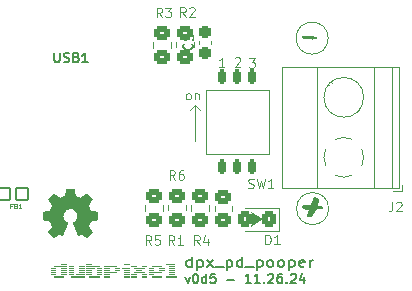
<source format=gbr>
%TF.GenerationSoftware,KiCad,Pcbnew,8.0.6*%
%TF.CreationDate,2024-12-14T19:14:03-05:00*%
%TF.ProjectId,dpx_pd_pooper,6470785f-7064-45f7-906f-6f7065722e6b,rev?*%
%TF.SameCoordinates,Original*%
%TF.FileFunction,Legend,Top*%
%TF.FilePolarity,Positive*%
%FSLAX46Y46*%
G04 Gerber Fmt 4.6, Leading zero omitted, Abs format (unit mm)*
G04 Created by KiCad (PCBNEW 8.0.6) date 2024-12-14 19:14:03*
%MOMM*%
%LPD*%
G01*
G04 APERTURE LIST*
G04 Aperture macros list*
%AMRoundRect*
0 Rectangle with rounded corners*
0 $1 Rounding radius*
0 $2 $3 $4 $5 $6 $7 $8 $9 X,Y pos of 4 corners*
0 Add a 4 corners polygon primitive as box body*
4,1,4,$2,$3,$4,$5,$6,$7,$8,$9,$2,$3,0*
0 Add four circle primitives for the rounded corners*
1,1,$1+$1,$2,$3*
1,1,$1+$1,$4,$5*
1,1,$1+$1,$6,$7*
1,1,$1+$1,$8,$9*
0 Add four rect primitives between the rounded corners*
20,1,$1+$1,$2,$3,$4,$5,0*
20,1,$1+$1,$4,$5,$6,$7,0*
20,1,$1+$1,$6,$7,$8,$9,0*
20,1,$1+$1,$8,$9,$2,$3,0*%
G04 Aperture macros list end*
%ADD10C,0.100000*%
%ADD11C,0.150000*%
%ADD12C,0.300000*%
%ADD13C,0.098425*%
%ADD14C,0.120000*%
%ADD15C,0.010000*%
%ADD16C,0.000000*%
%ADD17C,3.500000*%
%ADD18C,2.600000*%
%ADD19RoundRect,0.250000X0.450000X-0.350000X0.450000X0.350000X-0.450000X0.350000X-0.450000X-0.350000X0*%
%ADD20RoundRect,0.250000X-0.450000X0.350000X-0.450000X-0.350000X0.450000X-0.350000X0.450000X0.350000X0*%
%ADD21R,2.600000X2.600000*%
%ADD22C,0.650000*%
%ADD23R,1.450000X0.600000*%
%ADD24R,1.450000X0.300000*%
%ADD25O,2.100000X1.000000*%
%ADD26O,1.600000X1.000000*%
%ADD27RoundRect,0.237500X0.237500X-0.300000X0.237500X0.300000X-0.237500X0.300000X-0.237500X-0.300000X0*%
%ADD28RoundRect,0.250000X0.325000X0.450000X-0.325000X0.450000X-0.325000X-0.450000X0.325000X-0.450000X0*%
%ADD29RoundRect,0.190000X0.190000X-0.445000X0.190000X0.445000X-0.190000X0.445000X-0.190000X-0.445000X0*%
%ADD30RoundRect,0.102000X0.500000X0.485000X-0.500000X0.485000X-0.500000X-0.485000X0.500000X-0.485000X0*%
G04 APERTURE END LIST*
D10*
X68517645Y-72790000D02*
G75*
G02*
X65802355Y-72790000I-1357645J0D01*
G01*
X65802355Y-72790000D02*
G75*
G02*
X68517645Y-72790000I1357645J0D01*
G01*
X68477645Y-58360000D02*
G75*
G02*
X65762355Y-58360000I-1357645J0D01*
G01*
X65762355Y-58360000D02*
G75*
G02*
X68477645Y-58360000I1357645J0D01*
G01*
G36*
X67567180Y-58294061D02*
G01*
X67550327Y-58366601D01*
X67504166Y-58414228D01*
X67432358Y-58420823D01*
X67356154Y-58454528D01*
X67271891Y-58455261D01*
X67166378Y-58454528D01*
X67161981Y-58471381D01*
X67145129Y-58475778D01*
X67102630Y-58458925D01*
X67018367Y-58454528D01*
X66974403Y-58454528D01*
X66938499Y-58454528D01*
X66929706Y-58454528D01*
X66912854Y-58454528D01*
X66891605Y-58452330D01*
X66853503Y-58450132D01*
X66813935Y-58450132D01*
X66790488Y-58454528D01*
X66769239Y-58465519D01*
X66748722Y-58454528D01*
X66619762Y-58458925D01*
X66516448Y-58454528D01*
X66512051Y-58454528D01*
X66495198Y-58454528D01*
X66457096Y-58433279D01*
X66410935Y-58411297D01*
X66347187Y-58346085D01*
X66324473Y-58327034D01*
X66305422Y-58302854D01*
X66267320Y-58255959D01*
X66241674Y-58195143D01*
X66388678Y-58175771D01*
X66438046Y-58175359D01*
X66588346Y-58174947D01*
X66638813Y-58173161D01*
X66676182Y-58149713D01*
X66706224Y-58126266D01*
X66742128Y-58143852D01*
X66811737Y-58173161D01*
X66874752Y-58173161D01*
X66938499Y-58173161D01*
X67084229Y-58192770D01*
X67216936Y-58214193D01*
X67363530Y-58226394D01*
X67482916Y-58213461D01*
X67486580Y-58247899D01*
X67516622Y-58261821D01*
X67548129Y-58272079D01*
X67567180Y-58294061D01*
G37*
D11*
X56382969Y-78570961D02*
X56573445Y-79104295D01*
X56573445Y-79104295D02*
X56763922Y-78570961D01*
X57221065Y-78304295D02*
X57297255Y-78304295D01*
X57297255Y-78304295D02*
X57373446Y-78342390D01*
X57373446Y-78342390D02*
X57411541Y-78380485D01*
X57411541Y-78380485D02*
X57449636Y-78456676D01*
X57449636Y-78456676D02*
X57487731Y-78609057D01*
X57487731Y-78609057D02*
X57487731Y-78799533D01*
X57487731Y-78799533D02*
X57449636Y-78951914D01*
X57449636Y-78951914D02*
X57411541Y-79028104D01*
X57411541Y-79028104D02*
X57373446Y-79066200D01*
X57373446Y-79066200D02*
X57297255Y-79104295D01*
X57297255Y-79104295D02*
X57221065Y-79104295D01*
X57221065Y-79104295D02*
X57144874Y-79066200D01*
X57144874Y-79066200D02*
X57106779Y-79028104D01*
X57106779Y-79028104D02*
X57068684Y-78951914D01*
X57068684Y-78951914D02*
X57030588Y-78799533D01*
X57030588Y-78799533D02*
X57030588Y-78609057D01*
X57030588Y-78609057D02*
X57068684Y-78456676D01*
X57068684Y-78456676D02*
X57106779Y-78380485D01*
X57106779Y-78380485D02*
X57144874Y-78342390D01*
X57144874Y-78342390D02*
X57221065Y-78304295D01*
X58173446Y-79104295D02*
X58173446Y-78304295D01*
X58173446Y-79066200D02*
X58097255Y-79104295D01*
X58097255Y-79104295D02*
X57944874Y-79104295D01*
X57944874Y-79104295D02*
X57868684Y-79066200D01*
X57868684Y-79066200D02*
X57830589Y-79028104D01*
X57830589Y-79028104D02*
X57792493Y-78951914D01*
X57792493Y-78951914D02*
X57792493Y-78723342D01*
X57792493Y-78723342D02*
X57830589Y-78647152D01*
X57830589Y-78647152D02*
X57868684Y-78609057D01*
X57868684Y-78609057D02*
X57944874Y-78570961D01*
X57944874Y-78570961D02*
X58097255Y-78570961D01*
X58097255Y-78570961D02*
X58173446Y-78609057D01*
X58935351Y-78304295D02*
X58554399Y-78304295D01*
X58554399Y-78304295D02*
X58516303Y-78685247D01*
X58516303Y-78685247D02*
X58554399Y-78647152D01*
X58554399Y-78647152D02*
X58630589Y-78609057D01*
X58630589Y-78609057D02*
X58821065Y-78609057D01*
X58821065Y-78609057D02*
X58897256Y-78647152D01*
X58897256Y-78647152D02*
X58935351Y-78685247D01*
X58935351Y-78685247D02*
X58973446Y-78761438D01*
X58973446Y-78761438D02*
X58973446Y-78951914D01*
X58973446Y-78951914D02*
X58935351Y-79028104D01*
X58935351Y-79028104D02*
X58897256Y-79066200D01*
X58897256Y-79066200D02*
X58821065Y-79104295D01*
X58821065Y-79104295D02*
X58630589Y-79104295D01*
X58630589Y-79104295D02*
X58554399Y-79066200D01*
X58554399Y-79066200D02*
X58516303Y-79028104D01*
X59925828Y-78799533D02*
X60535352Y-78799533D01*
X61944875Y-79104295D02*
X61487732Y-79104295D01*
X61716304Y-79104295D02*
X61716304Y-78304295D01*
X61716304Y-78304295D02*
X61640113Y-78418580D01*
X61640113Y-78418580D02*
X61563923Y-78494771D01*
X61563923Y-78494771D02*
X61487732Y-78532866D01*
X62706780Y-79104295D02*
X62249637Y-79104295D01*
X62478209Y-79104295D02*
X62478209Y-78304295D01*
X62478209Y-78304295D02*
X62402018Y-78418580D01*
X62402018Y-78418580D02*
X62325828Y-78494771D01*
X62325828Y-78494771D02*
X62249637Y-78532866D01*
X63049638Y-79028104D02*
X63087733Y-79066200D01*
X63087733Y-79066200D02*
X63049638Y-79104295D01*
X63049638Y-79104295D02*
X63011542Y-79066200D01*
X63011542Y-79066200D02*
X63049638Y-79028104D01*
X63049638Y-79028104D02*
X63049638Y-79104295D01*
X63392494Y-78380485D02*
X63430590Y-78342390D01*
X63430590Y-78342390D02*
X63506780Y-78304295D01*
X63506780Y-78304295D02*
X63697256Y-78304295D01*
X63697256Y-78304295D02*
X63773447Y-78342390D01*
X63773447Y-78342390D02*
X63811542Y-78380485D01*
X63811542Y-78380485D02*
X63849637Y-78456676D01*
X63849637Y-78456676D02*
X63849637Y-78532866D01*
X63849637Y-78532866D02*
X63811542Y-78647152D01*
X63811542Y-78647152D02*
X63354399Y-79104295D01*
X63354399Y-79104295D02*
X63849637Y-79104295D01*
X64535352Y-78304295D02*
X64382971Y-78304295D01*
X64382971Y-78304295D02*
X64306780Y-78342390D01*
X64306780Y-78342390D02*
X64268685Y-78380485D01*
X64268685Y-78380485D02*
X64192495Y-78494771D01*
X64192495Y-78494771D02*
X64154399Y-78647152D01*
X64154399Y-78647152D02*
X64154399Y-78951914D01*
X64154399Y-78951914D02*
X64192495Y-79028104D01*
X64192495Y-79028104D02*
X64230590Y-79066200D01*
X64230590Y-79066200D02*
X64306780Y-79104295D01*
X64306780Y-79104295D02*
X64459161Y-79104295D01*
X64459161Y-79104295D02*
X64535352Y-79066200D01*
X64535352Y-79066200D02*
X64573447Y-79028104D01*
X64573447Y-79028104D02*
X64611542Y-78951914D01*
X64611542Y-78951914D02*
X64611542Y-78761438D01*
X64611542Y-78761438D02*
X64573447Y-78685247D01*
X64573447Y-78685247D02*
X64535352Y-78647152D01*
X64535352Y-78647152D02*
X64459161Y-78609057D01*
X64459161Y-78609057D02*
X64306780Y-78609057D01*
X64306780Y-78609057D02*
X64230590Y-78647152D01*
X64230590Y-78647152D02*
X64192495Y-78685247D01*
X64192495Y-78685247D02*
X64154399Y-78761438D01*
X64954400Y-79028104D02*
X64992495Y-79066200D01*
X64992495Y-79066200D02*
X64954400Y-79104295D01*
X64954400Y-79104295D02*
X64916304Y-79066200D01*
X64916304Y-79066200D02*
X64954400Y-79028104D01*
X64954400Y-79028104D02*
X64954400Y-79104295D01*
X65297256Y-78380485D02*
X65335352Y-78342390D01*
X65335352Y-78342390D02*
X65411542Y-78304295D01*
X65411542Y-78304295D02*
X65602018Y-78304295D01*
X65602018Y-78304295D02*
X65678209Y-78342390D01*
X65678209Y-78342390D02*
X65716304Y-78380485D01*
X65716304Y-78380485D02*
X65754399Y-78456676D01*
X65754399Y-78456676D02*
X65754399Y-78532866D01*
X65754399Y-78532866D02*
X65716304Y-78647152D01*
X65716304Y-78647152D02*
X65259161Y-79104295D01*
X65259161Y-79104295D02*
X65754399Y-79104295D01*
X66440114Y-78570961D02*
X66440114Y-79104295D01*
X66249638Y-78266200D02*
X66059161Y-78837628D01*
X66059161Y-78837628D02*
X66554400Y-78837628D01*
D12*
G36*
X45894787Y-77440403D02*
G01*
X46365565Y-77440403D01*
X46365565Y-77548847D01*
X45894787Y-77548847D01*
X45894787Y-77440403D01*
G37*
G36*
X45894787Y-78344883D02*
G01*
X46365565Y-78344883D01*
X46365565Y-78453327D01*
X45894787Y-78453327D01*
X45894787Y-78344883D01*
G37*
G36*
X45894787Y-78171959D02*
G01*
X46365565Y-78171959D01*
X46365565Y-78280403D01*
X45894787Y-78280403D01*
X45894787Y-78171959D01*
G37*
G36*
X45894787Y-77988484D02*
G01*
X46365565Y-77988484D01*
X46365565Y-78096928D01*
X45894787Y-78096928D01*
X45894787Y-77988484D01*
G37*
G36*
X45894787Y-77815560D02*
G01*
X46365565Y-77815560D01*
X46365565Y-77924004D01*
X45894787Y-77924004D01*
X45894787Y-77815560D01*
G37*
G36*
X45238262Y-77627981D02*
G01*
X46365565Y-77627981D01*
X46365565Y-77736425D01*
X45238262Y-77736425D01*
X45238262Y-77627981D01*
G37*
G36*
X45003789Y-77815560D02*
G01*
X45474567Y-77815560D01*
X45474567Y-77924004D01*
X45003789Y-77924004D01*
X45003789Y-77815560D01*
G37*
G36*
X45238262Y-78532461D02*
G01*
X46152707Y-78532461D01*
X46152707Y-78640905D01*
X45238262Y-78640905D01*
X45238262Y-78532461D01*
G37*
G36*
X45003789Y-78344883D02*
G01*
X45474567Y-78344883D01*
X45474567Y-78453327D01*
X45003789Y-78453327D01*
X45003789Y-78344883D01*
G37*
G36*
X45003789Y-78171959D02*
G01*
X45474567Y-78171959D01*
X45474567Y-78280403D01*
X45003789Y-78280403D01*
X45003789Y-78171959D01*
G37*
G36*
X45003789Y-77988484D02*
G01*
X45474567Y-77988484D01*
X45474567Y-78096928D01*
X45003789Y-78096928D01*
X45003789Y-77988484D01*
G37*
G36*
X47868391Y-78640905D02*
G01*
X47632086Y-78640905D01*
X47410069Y-78640905D01*
X46725701Y-78640905D01*
X46725701Y-78532461D01*
X47410069Y-78532461D01*
X47632086Y-78532461D01*
X47868391Y-78532461D01*
X47868391Y-78640905D01*
G37*
G36*
X47159476Y-78344883D02*
G01*
X47400177Y-78344883D01*
X47627323Y-78344883D01*
X47868391Y-78344883D01*
X47868391Y-78453327D01*
X47627323Y-78453327D01*
X47400177Y-78453327D01*
X47159476Y-78453327D01*
X47159476Y-78344883D01*
G37*
G36*
X46502951Y-78344883D02*
G01*
X46973729Y-78344883D01*
X46973729Y-78453327D01*
X46502951Y-78453327D01*
X46502951Y-78344883D01*
G37*
G36*
X46973729Y-78171959D02*
G01*
X46973729Y-78280403D01*
X46502951Y-78280403D01*
X46502951Y-78171959D01*
X46973729Y-78171959D01*
G37*
G36*
X46973729Y-77988484D02*
G01*
X46973729Y-78096928D01*
X46502951Y-78096928D01*
X46502951Y-77988484D01*
X46973729Y-77988484D01*
G37*
G36*
X46973729Y-77815560D02*
G01*
X46973729Y-77924004D01*
X46502951Y-77924004D01*
X46502951Y-77815560D01*
X46973729Y-77815560D01*
G37*
G36*
X46973729Y-77627981D02*
G01*
X46973729Y-77736425D01*
X46502951Y-77736425D01*
X46502951Y-77627981D01*
X46973729Y-77627981D01*
G37*
G36*
X47868391Y-77736425D02*
G01*
X47397613Y-77736425D01*
X47397613Y-77627981D01*
X47868391Y-77627981D01*
X47868391Y-77736425D01*
G37*
G36*
X47868391Y-77924004D02*
G01*
X47397613Y-77924004D01*
X47397613Y-77815560D01*
X47868391Y-77815560D01*
X47868391Y-77924004D01*
G37*
G36*
X47868391Y-78096928D02*
G01*
X47397613Y-78096928D01*
X47397613Y-77988484D01*
X47868391Y-77988484D01*
X47868391Y-78096928D01*
G37*
G36*
X47868391Y-78280403D02*
G01*
X47397613Y-78280403D01*
X47397613Y-78171959D01*
X47868391Y-78171959D01*
X47868391Y-78280403D01*
G37*
G36*
X48002114Y-77440403D02*
G01*
X48472892Y-77440403D01*
X48472892Y-77548847D01*
X48002114Y-77548847D01*
X48002114Y-77440403D01*
G37*
G36*
X49151032Y-77736425D02*
G01*
X48002114Y-77736425D01*
X48002114Y-77627981D01*
X49151032Y-77627981D01*
X49151032Y-77736425D01*
G37*
G36*
X48893112Y-77924004D02*
G01*
X48893112Y-77815560D01*
X49363890Y-77815560D01*
X49363890Y-77924004D01*
X48893112Y-77924004D01*
G37*
G36*
X48893112Y-77988484D02*
G01*
X49363890Y-77988484D01*
X49363890Y-78096928D01*
X48893112Y-78096928D01*
X48893112Y-77988484D01*
G37*
G36*
X48893112Y-78171959D02*
G01*
X49363890Y-78171959D01*
X49363890Y-78280403D01*
X48893112Y-78280403D01*
X48893112Y-78171959D01*
G37*
G36*
X48893112Y-78344883D02*
G01*
X49363890Y-78344883D01*
X49363890Y-78453327D01*
X48893112Y-78453327D01*
X48893112Y-78344883D01*
G37*
G36*
X48236587Y-78532461D02*
G01*
X49151032Y-78532461D01*
X49151032Y-78640905D01*
X48236587Y-78640905D01*
X48236587Y-78532461D01*
G37*
G36*
X48002114Y-78344883D02*
G01*
X48472892Y-78344883D01*
X48472892Y-78453327D01*
X48002114Y-78453327D01*
X48002114Y-78344883D01*
G37*
G36*
X48002114Y-78171959D02*
G01*
X48472892Y-78171959D01*
X48472892Y-78280403D01*
X48002114Y-78280403D01*
X48002114Y-78171959D01*
G37*
G36*
X48002114Y-77988484D02*
G01*
X48472892Y-77988484D01*
X48472892Y-78096928D01*
X48002114Y-78096928D01*
X48002114Y-77988484D01*
G37*
G36*
X48002114Y-77815560D02*
G01*
X48705533Y-77815560D01*
X48705533Y-77924004D01*
X48002114Y-77924004D01*
X48002114Y-77815560D01*
G37*
G36*
X49501277Y-78640905D02*
G01*
X49501277Y-78532461D01*
X49972055Y-78532461D01*
X49972055Y-78640905D01*
X49501277Y-78640905D01*
G37*
G36*
X49501277Y-77988484D02*
G01*
X49972055Y-77988484D01*
X49972055Y-78096928D01*
X49501277Y-78096928D01*
X49501277Y-77988484D01*
G37*
G36*
X49501277Y-77815560D02*
G01*
X49972055Y-77815560D01*
X49972055Y-77924004D01*
X49501277Y-77924004D01*
X49501277Y-77815560D01*
G37*
G36*
X50638105Y-77736425D02*
G01*
X49501277Y-77736425D01*
X49501277Y-77627981D01*
X50638105Y-77627981D01*
X50638105Y-77736425D01*
G37*
G36*
X50392274Y-77924004D02*
G01*
X50392274Y-77815560D01*
X50863053Y-77815560D01*
X50863053Y-77924004D01*
X50392274Y-77924004D01*
G37*
G36*
X50392274Y-78096928D02*
G01*
X50392274Y-77988484D01*
X50863053Y-77988484D01*
X50863053Y-78096928D01*
X50392274Y-78096928D01*
G37*
G36*
X49501277Y-78280403D02*
G01*
X49501277Y-78171959D01*
X50638105Y-78171959D01*
X50638105Y-78280403D01*
X49501277Y-78280403D01*
G37*
G36*
X49501277Y-78453327D02*
G01*
X49501277Y-78344883D01*
X49972055Y-78344883D01*
X49972055Y-78453327D01*
X49501277Y-78453327D01*
G37*
G36*
X51233080Y-78640905D02*
G01*
X51233080Y-78532461D01*
X51703859Y-78532461D01*
X51703859Y-78640905D01*
X51233080Y-78640905D01*
G37*
G36*
X51233080Y-78171959D02*
G01*
X51703859Y-78171959D01*
X51703859Y-78280403D01*
X51233080Y-78280403D01*
X51233080Y-78171959D01*
G37*
G36*
X51233080Y-77988484D02*
G01*
X51703859Y-77988484D01*
X51703859Y-78096928D01*
X51233080Y-78096928D01*
X51233080Y-77988484D01*
G37*
G36*
X51000439Y-77815560D02*
G01*
X51703859Y-77815560D01*
X51703859Y-77924004D01*
X51000439Y-77924004D01*
X51000439Y-77815560D01*
G37*
G36*
X51233080Y-77440403D02*
G01*
X51703859Y-77440403D01*
X51703859Y-77548847D01*
X51233080Y-77548847D01*
X51233080Y-77440403D01*
G37*
G36*
X51233080Y-78453327D02*
G01*
X51233080Y-78344883D01*
X51703859Y-78344883D01*
X51703859Y-78453327D01*
X51233080Y-78453327D01*
G37*
G36*
X51791786Y-78640905D02*
G01*
X51791786Y-78532461D01*
X52262564Y-78532461D01*
X52262564Y-78640905D01*
X51791786Y-78640905D01*
G37*
G36*
X52239117Y-77988484D02*
G01*
X52708063Y-77988484D01*
X52708063Y-78096928D01*
X52239117Y-78096928D01*
X52239117Y-77988484D01*
G37*
G36*
X52026259Y-77815560D02*
G01*
X52940704Y-77815560D01*
X52940704Y-77924004D01*
X52026259Y-77924004D01*
X52026259Y-77815560D01*
G37*
G36*
X52684616Y-77627981D02*
G01*
X53153562Y-77627981D01*
X53153562Y-77736425D01*
X52684616Y-77736425D01*
X52684616Y-77627981D01*
G37*
G36*
X51791786Y-77627981D02*
G01*
X52262564Y-77627981D01*
X52262564Y-77736425D01*
X51791786Y-77736425D01*
X51791786Y-77627981D01*
G37*
G36*
X52026259Y-78280403D02*
G01*
X52026259Y-78171959D01*
X52940704Y-78171959D01*
X52940704Y-78280403D01*
X52026259Y-78280403D01*
G37*
G36*
X52684616Y-78453327D02*
G01*
X52684616Y-78344883D01*
X53153562Y-78344883D01*
X53153562Y-78453327D01*
X52684616Y-78453327D01*
G37*
G36*
X52684616Y-78640905D02*
G01*
X52684616Y-78532461D01*
X53153562Y-78532461D01*
X53153562Y-78640905D01*
X52684616Y-78640905D01*
G37*
G36*
X51791786Y-78453327D02*
G01*
X51791786Y-78344883D01*
X52262564Y-78344883D01*
X52262564Y-78453327D01*
X51791786Y-78453327D01*
G37*
G36*
X54439867Y-78640905D02*
G01*
X53525422Y-78640905D01*
X53525422Y-78532461D01*
X54439867Y-78532461D01*
X54439867Y-78640905D01*
G37*
G36*
X53525422Y-77627981D02*
G01*
X54439867Y-77627981D01*
X54439867Y-77736425D01*
X53525422Y-77736425D01*
X53525422Y-77627981D01*
G37*
G36*
X53290949Y-77924004D02*
G01*
X53290949Y-77815560D01*
X53761727Y-77815560D01*
X53761727Y-77924004D01*
X53290949Y-77924004D01*
G37*
G36*
X53290949Y-78096928D02*
G01*
X53290949Y-77988484D01*
X53761727Y-77988484D01*
X53761727Y-78096928D01*
X53290949Y-78096928D01*
G37*
G36*
X54181946Y-77924004D02*
G01*
X54181946Y-77815560D01*
X54652725Y-77815560D01*
X54652725Y-77924004D01*
X54181946Y-77924004D01*
G37*
G36*
X54181946Y-78096928D02*
G01*
X54181946Y-77988484D01*
X54652725Y-77988484D01*
X54652725Y-78096928D01*
X54181946Y-78096928D01*
G37*
G36*
X53290949Y-78171959D02*
G01*
X54439867Y-78171959D01*
X54439867Y-78280403D01*
X53290949Y-78280403D01*
X53290949Y-78171959D01*
G37*
G36*
X53761727Y-78453327D02*
G01*
X53290949Y-78453327D01*
X53290949Y-78344883D01*
X53761727Y-78344883D01*
X53761727Y-78453327D01*
G37*
G36*
X54790111Y-77440403D02*
G01*
X55493531Y-77440403D01*
X55493531Y-77548847D01*
X54790111Y-77548847D01*
X54790111Y-77440403D01*
G37*
G36*
X54790111Y-78532461D02*
G01*
X55704556Y-78532461D01*
X55704556Y-78640905D01*
X54790111Y-78640905D01*
X54790111Y-78532461D01*
G37*
G36*
X55022752Y-78344883D02*
G01*
X55493531Y-78344883D01*
X55493531Y-78453327D01*
X55022752Y-78453327D01*
X55022752Y-78344883D01*
G37*
G36*
X55022752Y-78171959D02*
G01*
X55493531Y-78171959D01*
X55493531Y-78280403D01*
X55022752Y-78280403D01*
X55022752Y-78171959D01*
G37*
G36*
X55022752Y-77988484D02*
G01*
X55493531Y-77988484D01*
X55493531Y-78096928D01*
X55022752Y-78096928D01*
X55022752Y-77988484D01*
G37*
G36*
X55022752Y-77815560D02*
G01*
X55493531Y-77815560D01*
X55493531Y-77924004D01*
X55022752Y-77924004D01*
X55022752Y-77815560D01*
G37*
G36*
X55022752Y-77627981D02*
G01*
X55493531Y-77627981D01*
X55493531Y-77736425D01*
X55022752Y-77736425D01*
X55022752Y-77627981D01*
G37*
D10*
X60591428Y-60041085D02*
X60629524Y-60002990D01*
X60629524Y-60002990D02*
X60705714Y-59964895D01*
X60705714Y-59964895D02*
X60896190Y-59964895D01*
X60896190Y-59964895D02*
X60972381Y-60002990D01*
X60972381Y-60002990D02*
X61010476Y-60041085D01*
X61010476Y-60041085D02*
X61048571Y-60117276D01*
X61048571Y-60117276D02*
X61048571Y-60193466D01*
X61048571Y-60193466D02*
X61010476Y-60307752D01*
X61010476Y-60307752D02*
X60553333Y-60764895D01*
X60553333Y-60764895D02*
X61048571Y-60764895D01*
D11*
X56935350Y-77694295D02*
X56935350Y-76894295D01*
X56935350Y-77656200D02*
X56840112Y-77694295D01*
X56840112Y-77694295D02*
X56649636Y-77694295D01*
X56649636Y-77694295D02*
X56554398Y-77656200D01*
X56554398Y-77656200D02*
X56506779Y-77618104D01*
X56506779Y-77618104D02*
X56459160Y-77541914D01*
X56459160Y-77541914D02*
X56459160Y-77313342D01*
X56459160Y-77313342D02*
X56506779Y-77237152D01*
X56506779Y-77237152D02*
X56554398Y-77199057D01*
X56554398Y-77199057D02*
X56649636Y-77160961D01*
X56649636Y-77160961D02*
X56840112Y-77160961D01*
X56840112Y-77160961D02*
X56935350Y-77199057D01*
X57411541Y-77160961D02*
X57411541Y-77960961D01*
X57411541Y-77199057D02*
X57506779Y-77160961D01*
X57506779Y-77160961D02*
X57697255Y-77160961D01*
X57697255Y-77160961D02*
X57792493Y-77199057D01*
X57792493Y-77199057D02*
X57840112Y-77237152D01*
X57840112Y-77237152D02*
X57887731Y-77313342D01*
X57887731Y-77313342D02*
X57887731Y-77541914D01*
X57887731Y-77541914D02*
X57840112Y-77618104D01*
X57840112Y-77618104D02*
X57792493Y-77656200D01*
X57792493Y-77656200D02*
X57697255Y-77694295D01*
X57697255Y-77694295D02*
X57506779Y-77694295D01*
X57506779Y-77694295D02*
X57411541Y-77656200D01*
X58221065Y-77694295D02*
X58744874Y-77160961D01*
X58221065Y-77160961D02*
X58744874Y-77694295D01*
X58887732Y-77770485D02*
X59649636Y-77770485D01*
X59887732Y-77160961D02*
X59887732Y-77960961D01*
X59887732Y-77199057D02*
X59982970Y-77160961D01*
X59982970Y-77160961D02*
X60173446Y-77160961D01*
X60173446Y-77160961D02*
X60268684Y-77199057D01*
X60268684Y-77199057D02*
X60316303Y-77237152D01*
X60316303Y-77237152D02*
X60363922Y-77313342D01*
X60363922Y-77313342D02*
X60363922Y-77541914D01*
X60363922Y-77541914D02*
X60316303Y-77618104D01*
X60316303Y-77618104D02*
X60268684Y-77656200D01*
X60268684Y-77656200D02*
X60173446Y-77694295D01*
X60173446Y-77694295D02*
X59982970Y-77694295D01*
X59982970Y-77694295D02*
X59887732Y-77656200D01*
X61221065Y-77694295D02*
X61221065Y-76894295D01*
X61221065Y-77656200D02*
X61125827Y-77694295D01*
X61125827Y-77694295D02*
X60935351Y-77694295D01*
X60935351Y-77694295D02*
X60840113Y-77656200D01*
X60840113Y-77656200D02*
X60792494Y-77618104D01*
X60792494Y-77618104D02*
X60744875Y-77541914D01*
X60744875Y-77541914D02*
X60744875Y-77313342D01*
X60744875Y-77313342D02*
X60792494Y-77237152D01*
X60792494Y-77237152D02*
X60840113Y-77199057D01*
X60840113Y-77199057D02*
X60935351Y-77160961D01*
X60935351Y-77160961D02*
X61125827Y-77160961D01*
X61125827Y-77160961D02*
X61221065Y-77199057D01*
X61459161Y-77770485D02*
X62221065Y-77770485D01*
X62459161Y-77160961D02*
X62459161Y-77960961D01*
X62459161Y-77199057D02*
X62554399Y-77160961D01*
X62554399Y-77160961D02*
X62744875Y-77160961D01*
X62744875Y-77160961D02*
X62840113Y-77199057D01*
X62840113Y-77199057D02*
X62887732Y-77237152D01*
X62887732Y-77237152D02*
X62935351Y-77313342D01*
X62935351Y-77313342D02*
X62935351Y-77541914D01*
X62935351Y-77541914D02*
X62887732Y-77618104D01*
X62887732Y-77618104D02*
X62840113Y-77656200D01*
X62840113Y-77656200D02*
X62744875Y-77694295D01*
X62744875Y-77694295D02*
X62554399Y-77694295D01*
X62554399Y-77694295D02*
X62459161Y-77656200D01*
X63506780Y-77694295D02*
X63411542Y-77656200D01*
X63411542Y-77656200D02*
X63363923Y-77618104D01*
X63363923Y-77618104D02*
X63316304Y-77541914D01*
X63316304Y-77541914D02*
X63316304Y-77313342D01*
X63316304Y-77313342D02*
X63363923Y-77237152D01*
X63363923Y-77237152D02*
X63411542Y-77199057D01*
X63411542Y-77199057D02*
X63506780Y-77160961D01*
X63506780Y-77160961D02*
X63649637Y-77160961D01*
X63649637Y-77160961D02*
X63744875Y-77199057D01*
X63744875Y-77199057D02*
X63792494Y-77237152D01*
X63792494Y-77237152D02*
X63840113Y-77313342D01*
X63840113Y-77313342D02*
X63840113Y-77541914D01*
X63840113Y-77541914D02*
X63792494Y-77618104D01*
X63792494Y-77618104D02*
X63744875Y-77656200D01*
X63744875Y-77656200D02*
X63649637Y-77694295D01*
X63649637Y-77694295D02*
X63506780Y-77694295D01*
X64411542Y-77694295D02*
X64316304Y-77656200D01*
X64316304Y-77656200D02*
X64268685Y-77618104D01*
X64268685Y-77618104D02*
X64221066Y-77541914D01*
X64221066Y-77541914D02*
X64221066Y-77313342D01*
X64221066Y-77313342D02*
X64268685Y-77237152D01*
X64268685Y-77237152D02*
X64316304Y-77199057D01*
X64316304Y-77199057D02*
X64411542Y-77160961D01*
X64411542Y-77160961D02*
X64554399Y-77160961D01*
X64554399Y-77160961D02*
X64649637Y-77199057D01*
X64649637Y-77199057D02*
X64697256Y-77237152D01*
X64697256Y-77237152D02*
X64744875Y-77313342D01*
X64744875Y-77313342D02*
X64744875Y-77541914D01*
X64744875Y-77541914D02*
X64697256Y-77618104D01*
X64697256Y-77618104D02*
X64649637Y-77656200D01*
X64649637Y-77656200D02*
X64554399Y-77694295D01*
X64554399Y-77694295D02*
X64411542Y-77694295D01*
X65173447Y-77160961D02*
X65173447Y-77960961D01*
X65173447Y-77199057D02*
X65268685Y-77160961D01*
X65268685Y-77160961D02*
X65459161Y-77160961D01*
X65459161Y-77160961D02*
X65554399Y-77199057D01*
X65554399Y-77199057D02*
X65602018Y-77237152D01*
X65602018Y-77237152D02*
X65649637Y-77313342D01*
X65649637Y-77313342D02*
X65649637Y-77541914D01*
X65649637Y-77541914D02*
X65602018Y-77618104D01*
X65602018Y-77618104D02*
X65554399Y-77656200D01*
X65554399Y-77656200D02*
X65459161Y-77694295D01*
X65459161Y-77694295D02*
X65268685Y-77694295D01*
X65268685Y-77694295D02*
X65173447Y-77656200D01*
X66459161Y-77656200D02*
X66363923Y-77694295D01*
X66363923Y-77694295D02*
X66173447Y-77694295D01*
X66173447Y-77694295D02*
X66078209Y-77656200D01*
X66078209Y-77656200D02*
X66030590Y-77580009D01*
X66030590Y-77580009D02*
X66030590Y-77275247D01*
X66030590Y-77275247D02*
X66078209Y-77199057D01*
X66078209Y-77199057D02*
X66173447Y-77160961D01*
X66173447Y-77160961D02*
X66363923Y-77160961D01*
X66363923Y-77160961D02*
X66459161Y-77199057D01*
X66459161Y-77199057D02*
X66506780Y-77275247D01*
X66506780Y-77275247D02*
X66506780Y-77351438D01*
X66506780Y-77351438D02*
X66030590Y-77427628D01*
X66935352Y-77694295D02*
X66935352Y-77160961D01*
X66935352Y-77313342D02*
X66982971Y-77237152D01*
X66982971Y-77237152D02*
X67030590Y-77199057D01*
X67030590Y-77199057D02*
X67125828Y-77160961D01*
X67125828Y-77160961D02*
X67221066Y-77160961D01*
D10*
X59698571Y-60804895D02*
X59241428Y-60804895D01*
X59470000Y-60804895D02*
X59470000Y-60004895D01*
X59470000Y-60004895D02*
X59393809Y-60119180D01*
X59393809Y-60119180D02*
X59317619Y-60195371D01*
X59317619Y-60195371D02*
X59241428Y-60233466D01*
G36*
X67590327Y-72509371D02*
G01*
X67613042Y-72542344D01*
X67665799Y-72556999D01*
X67722951Y-72554801D01*
X67758855Y-72532819D01*
X67824068Y-72564326D01*
X67885617Y-72564326D01*
X67942037Y-72564326D01*
X67991130Y-72599497D01*
X68024836Y-72619281D01*
X68050481Y-72647124D01*
X68032896Y-72737250D01*
X67969881Y-72789274D01*
X67923719Y-72789274D01*
X67885617Y-72789274D01*
X67837257Y-72825177D01*
X67758855Y-72836901D01*
X67736140Y-72837634D01*
X67717090Y-72836901D01*
X67701702Y-72849357D01*
X67674591Y-72836901D01*
X67655540Y-72846427D01*
X67632826Y-72861081D01*
X67629895Y-72844228D01*
X67611577Y-72836901D01*
X67613775Y-72851556D01*
X67611577Y-72861081D01*
X67588129Y-72861081D01*
X67573475Y-72861081D01*
X67537571Y-72882330D01*
X67463565Y-72884528D01*
X67425464Y-72952672D01*
X67400551Y-73028876D01*
X67389560Y-73033272D01*
X67379302Y-73049392D01*
X67353656Y-73097020D01*
X67336803Y-73173224D01*
X67233489Y-73276538D01*
X67173752Y-73412072D01*
X67172672Y-73417222D01*
X67104528Y-73442135D01*
X67045910Y-73483168D01*
X67001214Y-73516140D01*
X66940397Y-73541053D01*
X66892037Y-73543251D01*
X66856133Y-73541053D01*
X66733865Y-73459566D01*
X66708122Y-73431144D01*
X66708122Y-73357138D01*
X66708122Y-73286796D01*
X66727173Y-73240635D01*
X66750621Y-73198136D01*
X66760879Y-73145380D01*
X66771870Y-73096287D01*
X66783593Y-73089692D01*
X66792386Y-73070642D01*
X66787990Y-73032540D01*
X66792386Y-72990774D01*
X66804842Y-72984180D01*
X66813635Y-72969525D01*
X66828290Y-72939483D01*
X66834884Y-72905778D01*
X66760879Y-72878667D01*
X66686873Y-72884528D01*
X66539165Y-72868876D01*
X66501493Y-72858883D01*
X66475847Y-72861814D01*
X66455331Y-72858883D01*
X66444340Y-72833970D01*
X66434082Y-72808325D01*
X66376929Y-72795868D01*
X66328569Y-72783412D01*
X66330034Y-72760697D01*
X66328569Y-72732121D01*
X66296329Y-72720397D01*
X66264822Y-72707208D01*
X66239176Y-72661779D01*
X66206203Y-72631004D01*
X66247969Y-72567990D01*
X66307320Y-72529888D01*
X66313182Y-72517431D01*
X66328569Y-72509371D01*
X66362274Y-72509371D01*
X66391584Y-72509371D01*
X66437745Y-72503510D01*
X66501493Y-72509371D01*
X66516147Y-72509371D01*
X66518346Y-72509371D01*
X66536664Y-72509371D01*
X66560844Y-72509371D01*
X66711800Y-72506581D01*
X66750621Y-72507173D01*
X66902295Y-72509198D01*
X66961646Y-72509371D01*
X67005610Y-72436099D01*
X67024661Y-72336448D01*
X67066427Y-72288087D01*
X67088408Y-72209685D01*
X67094270Y-72205289D01*
X67105261Y-72188436D01*
X67104528Y-72170118D01*
X67105261Y-72150334D01*
X67130174Y-72129818D01*
X67151423Y-72108569D01*
X67159483Y-72033098D01*
X67172672Y-71960558D01*
X67206378Y-71905603D01*
X67231290Y-71855045D01*
X67380387Y-71843009D01*
X67396154Y-71840390D01*
X67543600Y-71853256D01*
X67547829Y-71855045D01*
X67566880Y-71874096D01*
X67590327Y-71897543D01*
X67609378Y-71910000D01*
X67643084Y-71937843D01*
X67678988Y-71964954D01*
X67695840Y-71981807D01*
X67695108Y-72013314D01*
X67695840Y-72044822D01*
X67706099Y-72051416D01*
X67717090Y-72066071D01*
X67714159Y-72142274D01*
X67695840Y-72209685D01*
X67682651Y-72216280D01*
X67674591Y-72235331D01*
X67687048Y-72238995D01*
X67695840Y-72255847D01*
X67674591Y-72264640D01*
X67653342Y-72277096D01*
X67645282Y-72338646D01*
X67632826Y-72403859D01*
X67624033Y-72410453D01*
X67611577Y-72425108D01*
X67604982Y-72469071D01*
X67590327Y-72509371D01*
G37*
X61763333Y-60044895D02*
X62258571Y-60044895D01*
X62258571Y-60044895D02*
X61991905Y-60349657D01*
X61991905Y-60349657D02*
X62106190Y-60349657D01*
X62106190Y-60349657D02*
X62182381Y-60387752D01*
X62182381Y-60387752D02*
X62220476Y-60425847D01*
X62220476Y-60425847D02*
X62258571Y-60502038D01*
X62258571Y-60502038D02*
X62258571Y-60692514D01*
X62258571Y-60692514D02*
X62220476Y-60768704D01*
X62220476Y-60768704D02*
X62182381Y-60806800D01*
X62182381Y-60806800D02*
X62106190Y-60844895D01*
X62106190Y-60844895D02*
X61877619Y-60844895D01*
X61877619Y-60844895D02*
X61801428Y-60806800D01*
X61801428Y-60806800D02*
X61763333Y-60768704D01*
X57596667Y-75864895D02*
X57330000Y-75483942D01*
X57139524Y-75864895D02*
X57139524Y-75064895D01*
X57139524Y-75064895D02*
X57444286Y-75064895D01*
X57444286Y-75064895D02*
X57520476Y-75102990D01*
X57520476Y-75102990D02*
X57558571Y-75141085D01*
X57558571Y-75141085D02*
X57596667Y-75217276D01*
X57596667Y-75217276D02*
X57596667Y-75331561D01*
X57596667Y-75331561D02*
X57558571Y-75407752D01*
X57558571Y-75407752D02*
X57520476Y-75445847D01*
X57520476Y-75445847D02*
X57444286Y-75483942D01*
X57444286Y-75483942D02*
X57139524Y-75483942D01*
X58282381Y-75331561D02*
X58282381Y-75864895D01*
X58091905Y-75026800D02*
X57901428Y-75598228D01*
X57901428Y-75598228D02*
X58396667Y-75598228D01*
X56406667Y-56554895D02*
X56140000Y-56173942D01*
X55949524Y-56554895D02*
X55949524Y-55754895D01*
X55949524Y-55754895D02*
X56254286Y-55754895D01*
X56254286Y-55754895D02*
X56330476Y-55792990D01*
X56330476Y-55792990D02*
X56368571Y-55831085D01*
X56368571Y-55831085D02*
X56406667Y-55907276D01*
X56406667Y-55907276D02*
X56406667Y-56021561D01*
X56406667Y-56021561D02*
X56368571Y-56097752D01*
X56368571Y-56097752D02*
X56330476Y-56135847D01*
X56330476Y-56135847D02*
X56254286Y-56173942D01*
X56254286Y-56173942D02*
X55949524Y-56173942D01*
X56711428Y-55831085D02*
X56749524Y-55792990D01*
X56749524Y-55792990D02*
X56825714Y-55754895D01*
X56825714Y-55754895D02*
X57016190Y-55754895D01*
X57016190Y-55754895D02*
X57092381Y-55792990D01*
X57092381Y-55792990D02*
X57130476Y-55831085D01*
X57130476Y-55831085D02*
X57168571Y-55907276D01*
X57168571Y-55907276D02*
X57168571Y-55983466D01*
X57168571Y-55983466D02*
X57130476Y-56097752D01*
X57130476Y-56097752D02*
X56673333Y-56554895D01*
X56673333Y-56554895D02*
X57168571Y-56554895D01*
X54426667Y-56574895D02*
X54160000Y-56193942D01*
X53969524Y-56574895D02*
X53969524Y-55774895D01*
X53969524Y-55774895D02*
X54274286Y-55774895D01*
X54274286Y-55774895D02*
X54350476Y-55812990D01*
X54350476Y-55812990D02*
X54388571Y-55851085D01*
X54388571Y-55851085D02*
X54426667Y-55927276D01*
X54426667Y-55927276D02*
X54426667Y-56041561D01*
X54426667Y-56041561D02*
X54388571Y-56117752D01*
X54388571Y-56117752D02*
X54350476Y-56155847D01*
X54350476Y-56155847D02*
X54274286Y-56193942D01*
X54274286Y-56193942D02*
X53969524Y-56193942D01*
X54693333Y-55774895D02*
X55188571Y-55774895D01*
X55188571Y-55774895D02*
X54921905Y-56079657D01*
X54921905Y-56079657D02*
X55036190Y-56079657D01*
X55036190Y-56079657D02*
X55112381Y-56117752D01*
X55112381Y-56117752D02*
X55150476Y-56155847D01*
X55150476Y-56155847D02*
X55188571Y-56232038D01*
X55188571Y-56232038D02*
X55188571Y-56422514D01*
X55188571Y-56422514D02*
X55150476Y-56498704D01*
X55150476Y-56498704D02*
X55112381Y-56536800D01*
X55112381Y-56536800D02*
X55036190Y-56574895D01*
X55036190Y-56574895D02*
X54807619Y-56574895D01*
X54807619Y-56574895D02*
X54731428Y-56536800D01*
X54731428Y-56536800D02*
X54693333Y-56498704D01*
X73901333Y-72208895D02*
X73901333Y-72780323D01*
X73901333Y-72780323D02*
X73863238Y-72894609D01*
X73863238Y-72894609D02*
X73787047Y-72970800D01*
X73787047Y-72970800D02*
X73672762Y-73008895D01*
X73672762Y-73008895D02*
X73596571Y-73008895D01*
X74244190Y-72285085D02*
X74282286Y-72246990D01*
X74282286Y-72246990D02*
X74358476Y-72208895D01*
X74358476Y-72208895D02*
X74548952Y-72208895D01*
X74548952Y-72208895D02*
X74625143Y-72246990D01*
X74625143Y-72246990D02*
X74663238Y-72285085D01*
X74663238Y-72285085D02*
X74701333Y-72361276D01*
X74701333Y-72361276D02*
X74701333Y-72437466D01*
X74701333Y-72437466D02*
X74663238Y-72551752D01*
X74663238Y-72551752D02*
X74206095Y-73008895D01*
X74206095Y-73008895D02*
X74701333Y-73008895D01*
D11*
X45289524Y-59602295D02*
X45289524Y-60249914D01*
X45289524Y-60249914D02*
X45327619Y-60326104D01*
X45327619Y-60326104D02*
X45365714Y-60364200D01*
X45365714Y-60364200D02*
X45441905Y-60402295D01*
X45441905Y-60402295D02*
X45594286Y-60402295D01*
X45594286Y-60402295D02*
X45670476Y-60364200D01*
X45670476Y-60364200D02*
X45708571Y-60326104D01*
X45708571Y-60326104D02*
X45746667Y-60249914D01*
X45746667Y-60249914D02*
X45746667Y-59602295D01*
X46089523Y-60364200D02*
X46203809Y-60402295D01*
X46203809Y-60402295D02*
X46394285Y-60402295D01*
X46394285Y-60402295D02*
X46470476Y-60364200D01*
X46470476Y-60364200D02*
X46508571Y-60326104D01*
X46508571Y-60326104D02*
X46546666Y-60249914D01*
X46546666Y-60249914D02*
X46546666Y-60173723D01*
X46546666Y-60173723D02*
X46508571Y-60097533D01*
X46508571Y-60097533D02*
X46470476Y-60059438D01*
X46470476Y-60059438D02*
X46394285Y-60021342D01*
X46394285Y-60021342D02*
X46241904Y-59983247D01*
X46241904Y-59983247D02*
X46165714Y-59945152D01*
X46165714Y-59945152D02*
X46127619Y-59907057D01*
X46127619Y-59907057D02*
X46089523Y-59830866D01*
X46089523Y-59830866D02*
X46089523Y-59754676D01*
X46089523Y-59754676D02*
X46127619Y-59678485D01*
X46127619Y-59678485D02*
X46165714Y-59640390D01*
X46165714Y-59640390D02*
X46241904Y-59602295D01*
X46241904Y-59602295D02*
X46432381Y-59602295D01*
X46432381Y-59602295D02*
X46546666Y-59640390D01*
X47156190Y-59983247D02*
X47270476Y-60021342D01*
X47270476Y-60021342D02*
X47308571Y-60059438D01*
X47308571Y-60059438D02*
X47346667Y-60135628D01*
X47346667Y-60135628D02*
X47346667Y-60249914D01*
X47346667Y-60249914D02*
X47308571Y-60326104D01*
X47308571Y-60326104D02*
X47270476Y-60364200D01*
X47270476Y-60364200D02*
X47194286Y-60402295D01*
X47194286Y-60402295D02*
X46889524Y-60402295D01*
X46889524Y-60402295D02*
X46889524Y-59602295D01*
X46889524Y-59602295D02*
X47156190Y-59602295D01*
X47156190Y-59602295D02*
X47232381Y-59640390D01*
X47232381Y-59640390D02*
X47270476Y-59678485D01*
X47270476Y-59678485D02*
X47308571Y-59754676D01*
X47308571Y-59754676D02*
X47308571Y-59830866D01*
X47308571Y-59830866D02*
X47270476Y-59907057D01*
X47270476Y-59907057D02*
X47232381Y-59945152D01*
X47232381Y-59945152D02*
X47156190Y-59983247D01*
X47156190Y-59983247D02*
X46889524Y-59983247D01*
X48108571Y-60402295D02*
X47651428Y-60402295D01*
X47880000Y-60402295D02*
X47880000Y-59602295D01*
X47880000Y-59602295D02*
X47803809Y-59716580D01*
X47803809Y-59716580D02*
X47727619Y-59792771D01*
X47727619Y-59792771D02*
X47651428Y-59830866D01*
X56926104Y-58855832D02*
X56964200Y-58893928D01*
X56964200Y-58893928D02*
X57002295Y-59008213D01*
X57002295Y-59008213D02*
X57002295Y-59084404D01*
X57002295Y-59084404D02*
X56964200Y-59198690D01*
X56964200Y-59198690D02*
X56888009Y-59274880D01*
X56888009Y-59274880D02*
X56811819Y-59312975D01*
X56811819Y-59312975D02*
X56659438Y-59351071D01*
X56659438Y-59351071D02*
X56545152Y-59351071D01*
X56545152Y-59351071D02*
X56392771Y-59312975D01*
X56392771Y-59312975D02*
X56316580Y-59274880D01*
X56316580Y-59274880D02*
X56240390Y-59198690D01*
X56240390Y-59198690D02*
X56202295Y-59084404D01*
X56202295Y-59084404D02*
X56202295Y-59008213D01*
X56202295Y-59008213D02*
X56240390Y-58893928D01*
X56240390Y-58893928D02*
X56278485Y-58855832D01*
X57002295Y-58093928D02*
X57002295Y-58551071D01*
X57002295Y-58322499D02*
X56202295Y-58322499D01*
X56202295Y-58322499D02*
X56316580Y-58398690D01*
X56316580Y-58398690D02*
X56392771Y-58474880D01*
X56392771Y-58474880D02*
X56430866Y-58551071D01*
D10*
X53496667Y-75864895D02*
X53230000Y-75483942D01*
X53039524Y-75864895D02*
X53039524Y-75064895D01*
X53039524Y-75064895D02*
X53344286Y-75064895D01*
X53344286Y-75064895D02*
X53420476Y-75102990D01*
X53420476Y-75102990D02*
X53458571Y-75141085D01*
X53458571Y-75141085D02*
X53496667Y-75217276D01*
X53496667Y-75217276D02*
X53496667Y-75331561D01*
X53496667Y-75331561D02*
X53458571Y-75407752D01*
X53458571Y-75407752D02*
X53420476Y-75445847D01*
X53420476Y-75445847D02*
X53344286Y-75483942D01*
X53344286Y-75483942D02*
X53039524Y-75483942D01*
X54220476Y-75064895D02*
X53839524Y-75064895D01*
X53839524Y-75064895D02*
X53801428Y-75445847D01*
X53801428Y-75445847D02*
X53839524Y-75407752D01*
X53839524Y-75407752D02*
X53915714Y-75369657D01*
X53915714Y-75369657D02*
X54106190Y-75369657D01*
X54106190Y-75369657D02*
X54182381Y-75407752D01*
X54182381Y-75407752D02*
X54220476Y-75445847D01*
X54220476Y-75445847D02*
X54258571Y-75522038D01*
X54258571Y-75522038D02*
X54258571Y-75712514D01*
X54258571Y-75712514D02*
X54220476Y-75788704D01*
X54220476Y-75788704D02*
X54182381Y-75826800D01*
X54182381Y-75826800D02*
X54106190Y-75864895D01*
X54106190Y-75864895D02*
X53915714Y-75864895D01*
X53915714Y-75864895D02*
X53839524Y-75826800D01*
X53839524Y-75826800D02*
X53801428Y-75788704D01*
X55436667Y-75864895D02*
X55170000Y-75483942D01*
X54979524Y-75864895D02*
X54979524Y-75064895D01*
X54979524Y-75064895D02*
X55284286Y-75064895D01*
X55284286Y-75064895D02*
X55360476Y-75102990D01*
X55360476Y-75102990D02*
X55398571Y-75141085D01*
X55398571Y-75141085D02*
X55436667Y-75217276D01*
X55436667Y-75217276D02*
X55436667Y-75331561D01*
X55436667Y-75331561D02*
X55398571Y-75407752D01*
X55398571Y-75407752D02*
X55360476Y-75445847D01*
X55360476Y-75445847D02*
X55284286Y-75483942D01*
X55284286Y-75483942D02*
X54979524Y-75483942D01*
X56198571Y-75864895D02*
X55741428Y-75864895D01*
X55970000Y-75864895D02*
X55970000Y-75064895D01*
X55970000Y-75064895D02*
X55893809Y-75179180D01*
X55893809Y-75179180D02*
X55817619Y-75255371D01*
X55817619Y-75255371D02*
X55741428Y-75293466D01*
X55506667Y-70344895D02*
X55240000Y-69963942D01*
X55049524Y-70344895D02*
X55049524Y-69544895D01*
X55049524Y-69544895D02*
X55354286Y-69544895D01*
X55354286Y-69544895D02*
X55430476Y-69582990D01*
X55430476Y-69582990D02*
X55468571Y-69621085D01*
X55468571Y-69621085D02*
X55506667Y-69697276D01*
X55506667Y-69697276D02*
X55506667Y-69811561D01*
X55506667Y-69811561D02*
X55468571Y-69887752D01*
X55468571Y-69887752D02*
X55430476Y-69925847D01*
X55430476Y-69925847D02*
X55354286Y-69963942D01*
X55354286Y-69963942D02*
X55049524Y-69963942D01*
X56192381Y-69544895D02*
X56040000Y-69544895D01*
X56040000Y-69544895D02*
X55963809Y-69582990D01*
X55963809Y-69582990D02*
X55925714Y-69621085D01*
X55925714Y-69621085D02*
X55849524Y-69735371D01*
X55849524Y-69735371D02*
X55811428Y-69887752D01*
X55811428Y-69887752D02*
X55811428Y-70192514D01*
X55811428Y-70192514D02*
X55849524Y-70268704D01*
X55849524Y-70268704D02*
X55887619Y-70306800D01*
X55887619Y-70306800D02*
X55963809Y-70344895D01*
X55963809Y-70344895D02*
X56116190Y-70344895D01*
X56116190Y-70344895D02*
X56192381Y-70306800D01*
X56192381Y-70306800D02*
X56230476Y-70268704D01*
X56230476Y-70268704D02*
X56268571Y-70192514D01*
X56268571Y-70192514D02*
X56268571Y-70002038D01*
X56268571Y-70002038D02*
X56230476Y-69925847D01*
X56230476Y-69925847D02*
X56192381Y-69887752D01*
X56192381Y-69887752D02*
X56116190Y-69849657D01*
X56116190Y-69849657D02*
X55963809Y-69849657D01*
X55963809Y-69849657D02*
X55887619Y-69887752D01*
X55887619Y-69887752D02*
X55849524Y-69925847D01*
X55849524Y-69925847D02*
X55811428Y-70002038D01*
X63163524Y-75802895D02*
X63163524Y-75002895D01*
X63163524Y-75002895D02*
X63354000Y-75002895D01*
X63354000Y-75002895D02*
X63468286Y-75040990D01*
X63468286Y-75040990D02*
X63544476Y-75117180D01*
X63544476Y-75117180D02*
X63582571Y-75193371D01*
X63582571Y-75193371D02*
X63620667Y-75345752D01*
X63620667Y-75345752D02*
X63620667Y-75460038D01*
X63620667Y-75460038D02*
X63582571Y-75612419D01*
X63582571Y-75612419D02*
X63544476Y-75688609D01*
X63544476Y-75688609D02*
X63468286Y-75764800D01*
X63468286Y-75764800D02*
X63354000Y-75802895D01*
X63354000Y-75802895D02*
X63163524Y-75802895D01*
X64382571Y-75802895D02*
X63925428Y-75802895D01*
X64154000Y-75802895D02*
X64154000Y-75002895D01*
X64154000Y-75002895D02*
X64077809Y-75117180D01*
X64077809Y-75117180D02*
X64001619Y-75193371D01*
X64001619Y-75193371D02*
X63925428Y-75231466D01*
X61713332Y-71016800D02*
X61827618Y-71054895D01*
X61827618Y-71054895D02*
X62018094Y-71054895D01*
X62018094Y-71054895D02*
X62094285Y-71016800D01*
X62094285Y-71016800D02*
X62132380Y-70978704D01*
X62132380Y-70978704D02*
X62170475Y-70902514D01*
X62170475Y-70902514D02*
X62170475Y-70826323D01*
X62170475Y-70826323D02*
X62132380Y-70750133D01*
X62132380Y-70750133D02*
X62094285Y-70712038D01*
X62094285Y-70712038D02*
X62018094Y-70673942D01*
X62018094Y-70673942D02*
X61865713Y-70635847D01*
X61865713Y-70635847D02*
X61789523Y-70597752D01*
X61789523Y-70597752D02*
X61751428Y-70559657D01*
X61751428Y-70559657D02*
X61713332Y-70483466D01*
X61713332Y-70483466D02*
X61713332Y-70407276D01*
X61713332Y-70407276D02*
X61751428Y-70331085D01*
X61751428Y-70331085D02*
X61789523Y-70292990D01*
X61789523Y-70292990D02*
X61865713Y-70254895D01*
X61865713Y-70254895D02*
X62056190Y-70254895D01*
X62056190Y-70254895D02*
X62170475Y-70292990D01*
X62437142Y-70254895D02*
X62627618Y-71054895D01*
X62627618Y-71054895D02*
X62779999Y-70483466D01*
X62779999Y-70483466D02*
X62932380Y-71054895D01*
X62932380Y-71054895D02*
X63122857Y-70254895D01*
X63846666Y-71054895D02*
X63389523Y-71054895D01*
X63618095Y-71054895D02*
X63618095Y-70254895D01*
X63618095Y-70254895D02*
X63541904Y-70369180D01*
X63541904Y-70369180D02*
X63465714Y-70445371D01*
X63465714Y-70445371D02*
X63389523Y-70483466D01*
X56570550Y-63546895D02*
X56494360Y-63508800D01*
X56494360Y-63508800D02*
X56456265Y-63470704D01*
X56456265Y-63470704D02*
X56418169Y-63394514D01*
X56418169Y-63394514D02*
X56418169Y-63165942D01*
X56418169Y-63165942D02*
X56456265Y-63089752D01*
X56456265Y-63089752D02*
X56494360Y-63051657D01*
X56494360Y-63051657D02*
X56570550Y-63013561D01*
X56570550Y-63013561D02*
X56684836Y-63013561D01*
X56684836Y-63013561D02*
X56761027Y-63051657D01*
X56761027Y-63051657D02*
X56799122Y-63089752D01*
X56799122Y-63089752D02*
X56837217Y-63165942D01*
X56837217Y-63165942D02*
X56837217Y-63394514D01*
X56837217Y-63394514D02*
X56799122Y-63470704D01*
X56799122Y-63470704D02*
X56761027Y-63508800D01*
X56761027Y-63508800D02*
X56684836Y-63546895D01*
X56684836Y-63546895D02*
X56570550Y-63546895D01*
X57180075Y-63013561D02*
X57180075Y-63546895D01*
X57180075Y-63089752D02*
X57218170Y-63051657D01*
X57218170Y-63051657D02*
X57294360Y-63013561D01*
X57294360Y-63013561D02*
X57408646Y-63013561D01*
X57408646Y-63013561D02*
X57484837Y-63051657D01*
X57484837Y-63051657D02*
X57522932Y-63127847D01*
X57522932Y-63127847D02*
X57522932Y-63546895D01*
D13*
X41706916Y-72560790D02*
X41575682Y-72560790D01*
X41575682Y-72767014D02*
X41575682Y-72373313D01*
X41575682Y-72373313D02*
X41763159Y-72373313D01*
X42044374Y-72560790D02*
X42100617Y-72579538D01*
X42100617Y-72579538D02*
X42119364Y-72598285D01*
X42119364Y-72598285D02*
X42138112Y-72635781D01*
X42138112Y-72635781D02*
X42138112Y-72692024D01*
X42138112Y-72692024D02*
X42119364Y-72729519D01*
X42119364Y-72729519D02*
X42100617Y-72748267D01*
X42100617Y-72748267D02*
X42063121Y-72767014D01*
X42063121Y-72767014D02*
X41913140Y-72767014D01*
X41913140Y-72767014D02*
X41913140Y-72373313D01*
X41913140Y-72373313D02*
X42044374Y-72373313D01*
X42044374Y-72373313D02*
X42081869Y-72392061D01*
X42081869Y-72392061D02*
X42100617Y-72410809D01*
X42100617Y-72410809D02*
X42119364Y-72448304D01*
X42119364Y-72448304D02*
X42119364Y-72485799D01*
X42119364Y-72485799D02*
X42100617Y-72523295D01*
X42100617Y-72523295D02*
X42081869Y-72542042D01*
X42081869Y-72542042D02*
X42044374Y-72560790D01*
X42044374Y-72560790D02*
X41913140Y-72560790D01*
X42513065Y-72767014D02*
X42288093Y-72767014D01*
X42400579Y-72767014D02*
X42400579Y-72373313D01*
X42400579Y-72373313D02*
X42363084Y-72429556D01*
X42363084Y-72429556D02*
X42325589Y-72467052D01*
X42325589Y-72467052D02*
X42288093Y-72485799D01*
D14*
%TO.C,R4*%
X58865000Y-72997064D02*
X58865000Y-72542936D01*
X60335000Y-72997064D02*
X60335000Y-72542936D01*
%TO.C,R2*%
X55615000Y-58692936D02*
X55615000Y-59147064D01*
X57085000Y-58692936D02*
X57085000Y-59147064D01*
%TO.C,R3*%
X53675000Y-58712936D02*
X53675000Y-59167064D01*
X55145000Y-58712936D02*
X55145000Y-59167064D01*
%TO.C,J2*%
X64539000Y-60770000D02*
X74460000Y-60770000D01*
X64539000Y-71050000D02*
X64539000Y-60770000D01*
X64539000Y-71050000D02*
X74460000Y-71050000D01*
X67499000Y-71050000D02*
X67499000Y-60770000D01*
X68525000Y-62300000D02*
X68561000Y-62335000D01*
X68731000Y-62095000D02*
X68777000Y-62142000D01*
X70823000Y-64597000D02*
X70869000Y-64644000D01*
X71039000Y-64404000D02*
X71074000Y-64439000D01*
X72400000Y-71050000D02*
X72400000Y-60770000D01*
X73900000Y-71050000D02*
X73900000Y-60770000D01*
X73960000Y-71290000D02*
X74700000Y-71290000D01*
X74460000Y-71050000D02*
X74460000Y-60770000D01*
X74700000Y-71290000D02*
X74700000Y-70790000D01*
X68264573Y-69133042D02*
G75*
G02*
X68265000Y-67766000I1535420J683041D01*
G01*
X69116958Y-66914573D02*
G75*
G02*
X70484000Y-66915000I683042J-1535427D01*
G01*
X70483042Y-69985427D02*
G75*
G02*
X69116000Y-69985000I-683041J1535420D01*
G01*
X71334756Y-67766682D02*
G75*
G02*
X71480000Y-68450000I-1534756J-683318D01*
G01*
X71480253Y-68421195D02*
G75*
G02*
X71335000Y-69134000I-1680254J-28806D01*
G01*
X71480000Y-63370000D02*
G75*
G02*
X68120000Y-63370000I-1680000J0D01*
G01*
X68120000Y-63370000D02*
G75*
G02*
X71480000Y-63370000I1680000J0D01*
G01*
%TO.C,C1*%
X57560000Y-58868767D02*
X57560000Y-58576233D01*
X58580000Y-58868767D02*
X58580000Y-58576233D01*
%TO.C,R5*%
X52995000Y-72967064D02*
X52995000Y-72512936D01*
X54465000Y-72967064D02*
X54465000Y-72512936D01*
%TO.C,R1*%
X54955000Y-72947064D02*
X54955000Y-72492936D01*
X56425000Y-72947064D02*
X56425000Y-72492936D01*
D15*
%TO.C,SYM1*%
X46718552Y-71090804D02*
X46797096Y-71091234D01*
X46853940Y-71092398D01*
X46892747Y-71094663D01*
X46917180Y-71098396D01*
X46930904Y-71103962D01*
X46937582Y-71111729D01*
X46940878Y-71122061D01*
X46941198Y-71123399D01*
X46946204Y-71147535D01*
X46955471Y-71195157D01*
X46968034Y-71261197D01*
X46982929Y-71340584D01*
X46999193Y-71428252D01*
X46999761Y-71431331D01*
X47016052Y-71517245D01*
X47031294Y-71593152D01*
X47044503Y-71654501D01*
X47054696Y-71696738D01*
X47060890Y-71715311D01*
X47061185Y-71715640D01*
X47079430Y-71724709D01*
X47117047Y-71739823D01*
X47165913Y-71757718D01*
X47166185Y-71757814D01*
X47227735Y-71780949D01*
X47300299Y-71810421D01*
X47368699Y-71840053D01*
X47371936Y-71841518D01*
X47483344Y-71892082D01*
X47730041Y-71723616D01*
X47805719Y-71672259D01*
X47874273Y-71626345D01*
X47931730Y-71588486D01*
X47974118Y-71561293D01*
X47997467Y-71547377D01*
X47999684Y-71546345D01*
X48016652Y-71550940D01*
X48048343Y-71573111D01*
X48095994Y-71613903D01*
X48160840Y-71674361D01*
X48227039Y-71738683D01*
X48290856Y-71802068D01*
X48347971Y-71859907D01*
X48394947Y-71908631D01*
X48428345Y-71944666D01*
X48444727Y-71964440D01*
X48445336Y-71965458D01*
X48447147Y-71979028D01*
X48440325Y-72001189D01*
X48423182Y-72034934D01*
X48394035Y-72083256D01*
X48351197Y-72149148D01*
X48294090Y-72233973D01*
X48243408Y-72308633D01*
X48198103Y-72375596D01*
X48160792Y-72430972D01*
X48134094Y-72470876D01*
X48120627Y-72491418D01*
X48119779Y-72492812D01*
X48121423Y-72512494D01*
X48133887Y-72550749D01*
X48154690Y-72600345D01*
X48162104Y-72616184D01*
X48194456Y-72686746D01*
X48228970Y-72766809D01*
X48257007Y-72836085D01*
X48277210Y-72887501D01*
X48293257Y-72926575D01*
X48302530Y-72946997D01*
X48303683Y-72948570D01*
X48320738Y-72951177D01*
X48360940Y-72958319D01*
X48418944Y-72968979D01*
X48489405Y-72982141D01*
X48566977Y-72996789D01*
X48646314Y-73011905D01*
X48722073Y-73026474D01*
X48788906Y-73039478D01*
X48841470Y-73049901D01*
X48874418Y-73056726D01*
X48882499Y-73058655D01*
X48890847Y-73063418D01*
X48897148Y-73074174D01*
X48901687Y-73094554D01*
X48904746Y-73128190D01*
X48906609Y-73178711D01*
X48907560Y-73249748D01*
X48907882Y-73344932D01*
X48907899Y-73383948D01*
X48907899Y-73701255D01*
X48831699Y-73716295D01*
X48789305Y-73724451D01*
X48726042Y-73736355D01*
X48649604Y-73750572D01*
X48567685Y-73765666D01*
X48545042Y-73769811D01*
X48469448Y-73784509D01*
X48403595Y-73798961D01*
X48353008Y-73811831D01*
X48323216Y-73821778D01*
X48318254Y-73824743D01*
X48306068Y-73845739D01*
X48288595Y-73886423D01*
X48269219Y-73938778D01*
X48265376Y-73950056D01*
X48239981Y-74019979D01*
X48208459Y-74098874D01*
X48177611Y-74169722D01*
X48177459Y-74170051D01*
X48126089Y-74281189D01*
X48295041Y-74529709D01*
X48463994Y-74778228D01*
X48247071Y-74995514D01*
X48181461Y-75060182D01*
X48121621Y-75117189D01*
X48070909Y-75163489D01*
X48032688Y-75196040D01*
X48010317Y-75211799D01*
X48007108Y-75212799D01*
X47988268Y-75204925D01*
X47949822Y-75183034D01*
X47895972Y-75149723D01*
X47830918Y-75107587D01*
X47760582Y-75060399D01*
X47689197Y-75012266D01*
X47625550Y-74970384D01*
X47573683Y-74937327D01*
X47537637Y-74915674D01*
X47521509Y-74907999D01*
X47501831Y-74914493D01*
X47464517Y-74931606D01*
X47417263Y-74955782D01*
X47412254Y-74958469D01*
X47348619Y-74990383D01*
X47304983Y-75006035D01*
X47277844Y-75006201D01*
X47263699Y-74991660D01*
X47263617Y-74991456D01*
X47256547Y-74974235D01*
X47239684Y-74933355D01*
X47214337Y-74871981D01*
X47181813Y-74793275D01*
X47143420Y-74700403D01*
X47100464Y-74596528D01*
X47058864Y-74495958D01*
X47013146Y-74384972D01*
X46971168Y-74282159D01*
X46934190Y-74190671D01*
X46903469Y-74113657D01*
X46880264Y-74054271D01*
X46865832Y-74015665D01*
X46861385Y-74001256D01*
X46872538Y-73984728D01*
X46901711Y-73958386D01*
X46940613Y-73929343D01*
X47051399Y-73837495D01*
X47137993Y-73732215D01*
X47199358Y-73615722D01*
X47234457Y-73490232D01*
X47242250Y-73357963D01*
X47236585Y-73296913D01*
X47205720Y-73170251D01*
X47152562Y-73058397D01*
X47080409Y-72962457D01*
X46992559Y-72883532D01*
X46892307Y-72822726D01*
X46782952Y-72781143D01*
X46667789Y-72759884D01*
X46550117Y-72760055D01*
X46433232Y-72782757D01*
X46320431Y-72829094D01*
X46215011Y-72900169D01*
X46171010Y-72940367D01*
X46086621Y-73043585D01*
X46027864Y-73156381D01*
X45994346Y-73275466D01*
X45985677Y-73397551D01*
X46001465Y-73519349D01*
X46041320Y-73637572D01*
X46104849Y-73748931D01*
X46191663Y-73850140D01*
X46288671Y-73929343D01*
X46329079Y-73959618D01*
X46357624Y-73985675D01*
X46367899Y-74001281D01*
X46362519Y-74018299D01*
X46347217Y-74058956D01*
X46323254Y-74120098D01*
X46291886Y-74198575D01*
X46254374Y-74291236D01*
X46211975Y-74394928D01*
X46170305Y-74495982D01*
X46124332Y-74607063D01*
X46081749Y-74709997D01*
X46043863Y-74801621D01*
X46011982Y-74878772D01*
X45987413Y-74938287D01*
X45971462Y-74977000D01*
X45965552Y-74991456D01*
X45951590Y-75006141D01*
X45924582Y-75006098D01*
X45881055Y-74990555D01*
X45817532Y-74958740D01*
X45817030Y-74958469D01*
X45769202Y-74933779D01*
X45730539Y-74915794D01*
X45708737Y-74908070D01*
X45707775Y-74907999D01*
X45691363Y-74915834D01*
X45655129Y-74937621D01*
X45603116Y-74970784D01*
X45539367Y-75012747D01*
X45468702Y-75060399D01*
X45396758Y-75108647D01*
X45331916Y-75150607D01*
X45278377Y-75183683D01*
X45240339Y-75205277D01*
X45222175Y-75212799D01*
X45205450Y-75202913D01*
X45171822Y-75175282D01*
X45124652Y-75132951D01*
X45067300Y-75078961D01*
X45003126Y-75016355D01*
X44982139Y-74995439D01*
X44765141Y-74778079D01*
X44930310Y-74535676D01*
X44980506Y-74461237D01*
X45024561Y-74394428D01*
X45060004Y-74339121D01*
X45084361Y-74299185D01*
X45095164Y-74278492D01*
X45095480Y-74277019D01*
X45089785Y-74257514D01*
X45074468Y-74218278D01*
X45052179Y-74165886D01*
X45036535Y-74130811D01*
X45007283Y-74063657D01*
X44979736Y-73995814D01*
X44958379Y-73938490D01*
X44952577Y-73921028D01*
X44936094Y-73874394D01*
X44919982Y-73838361D01*
X44911132Y-73824743D01*
X44891602Y-73816408D01*
X44848976Y-73804593D01*
X44788787Y-73790637D01*
X44716564Y-73775878D01*
X44684242Y-73769811D01*
X44602164Y-73754729D01*
X44523437Y-73740125D01*
X44455751Y-73727436D01*
X44406802Y-73718098D01*
X44397585Y-73716295D01*
X44321385Y-73701255D01*
X44321385Y-73383948D01*
X44321556Y-73279610D01*
X44322258Y-73200669D01*
X44323776Y-73143494D01*
X44326391Y-73104455D01*
X44330388Y-73079921D01*
X44336051Y-73066261D01*
X44343662Y-73059845D01*
X44346785Y-73058655D01*
X44365620Y-73054436D01*
X44407230Y-73046018D01*
X44466272Y-73034417D01*
X44537399Y-73020651D01*
X44615267Y-73005736D01*
X44694529Y-72990688D01*
X44769840Y-72976525D01*
X44835855Y-72964262D01*
X44887229Y-72954917D01*
X44918617Y-72949506D01*
X44925601Y-72948570D01*
X44931927Y-72936052D01*
X44945932Y-72902702D01*
X44964997Y-72854833D01*
X44972276Y-72836085D01*
X45001638Y-72763651D01*
X45036213Y-72683626D01*
X45067179Y-72616184D01*
X45089965Y-72564615D01*
X45105124Y-72522241D01*
X45110184Y-72496290D01*
X45109378Y-72492812D01*
X45098683Y-72476392D01*
X45074262Y-72439873D01*
X45038737Y-72387143D01*
X44994729Y-72322091D01*
X44944859Y-72248607D01*
X44934998Y-72234101D01*
X44877134Y-72148160D01*
X44834598Y-72082717D01*
X44805696Y-72034760D01*
X44788732Y-72001276D01*
X44782009Y-71979251D01*
X44783832Y-71965673D01*
X44783878Y-71965587D01*
X44798228Y-71947753D01*
X44829965Y-71913273D01*
X44875652Y-71865724D01*
X44931846Y-71808678D01*
X44995110Y-71745711D01*
X45002244Y-71738683D01*
X45081972Y-71661476D01*
X45143499Y-71604786D01*
X45188063Y-71567566D01*
X45216899Y-71548771D01*
X45229600Y-71546345D01*
X45248136Y-71556927D01*
X45286603Y-71581372D01*
X45341028Y-71617068D01*
X45407440Y-71661403D01*
X45481867Y-71711767D01*
X45499243Y-71723616D01*
X45745939Y-71892082D01*
X45857348Y-71841518D01*
X45925099Y-71812051D01*
X45997825Y-71782415D01*
X46060345Y-71758786D01*
X46063099Y-71757814D01*
X46112002Y-71739913D01*
X46149699Y-71724776D01*
X46168067Y-71715666D01*
X46168098Y-71715640D01*
X46173927Y-71699173D01*
X46183834Y-71658675D01*
X46196837Y-71598698D01*
X46211951Y-71523796D01*
X46228194Y-71438520D01*
X46229523Y-71431331D01*
X46245817Y-71343470D01*
X46260775Y-71263716D01*
X46273433Y-71197137D01*
X46282828Y-71148803D01*
X46287996Y-71123781D01*
X46288086Y-71123399D01*
X46291231Y-71112755D01*
X46297346Y-71104718D01*
X46310095Y-71098923D01*
X46333142Y-71095003D01*
X46370151Y-71092591D01*
X46424786Y-71091321D01*
X46500709Y-71090827D01*
X46601586Y-71090742D01*
X46614642Y-71090742D01*
X46718552Y-71090804D01*
G36*
X46718552Y-71090804D02*
G01*
X46797096Y-71091234D01*
X46853940Y-71092398D01*
X46892747Y-71094663D01*
X46917180Y-71098396D01*
X46930904Y-71103962D01*
X46937582Y-71111729D01*
X46940878Y-71122061D01*
X46941198Y-71123399D01*
X46946204Y-71147535D01*
X46955471Y-71195157D01*
X46968034Y-71261197D01*
X46982929Y-71340584D01*
X46999193Y-71428252D01*
X46999761Y-71431331D01*
X47016052Y-71517245D01*
X47031294Y-71593152D01*
X47044503Y-71654501D01*
X47054696Y-71696738D01*
X47060890Y-71715311D01*
X47061185Y-71715640D01*
X47079430Y-71724709D01*
X47117047Y-71739823D01*
X47165913Y-71757718D01*
X47166185Y-71757814D01*
X47227735Y-71780949D01*
X47300299Y-71810421D01*
X47368699Y-71840053D01*
X47371936Y-71841518D01*
X47483344Y-71892082D01*
X47730041Y-71723616D01*
X47805719Y-71672259D01*
X47874273Y-71626345D01*
X47931730Y-71588486D01*
X47974118Y-71561293D01*
X47997467Y-71547377D01*
X47999684Y-71546345D01*
X48016652Y-71550940D01*
X48048343Y-71573111D01*
X48095994Y-71613903D01*
X48160840Y-71674361D01*
X48227039Y-71738683D01*
X48290856Y-71802068D01*
X48347971Y-71859907D01*
X48394947Y-71908631D01*
X48428345Y-71944666D01*
X48444727Y-71964440D01*
X48445336Y-71965458D01*
X48447147Y-71979028D01*
X48440325Y-72001189D01*
X48423182Y-72034934D01*
X48394035Y-72083256D01*
X48351197Y-72149148D01*
X48294090Y-72233973D01*
X48243408Y-72308633D01*
X48198103Y-72375596D01*
X48160792Y-72430972D01*
X48134094Y-72470876D01*
X48120627Y-72491418D01*
X48119779Y-72492812D01*
X48121423Y-72512494D01*
X48133887Y-72550749D01*
X48154690Y-72600345D01*
X48162104Y-72616184D01*
X48194456Y-72686746D01*
X48228970Y-72766809D01*
X48257007Y-72836085D01*
X48277210Y-72887501D01*
X48293257Y-72926575D01*
X48302530Y-72946997D01*
X48303683Y-72948570D01*
X48320738Y-72951177D01*
X48360940Y-72958319D01*
X48418944Y-72968979D01*
X48489405Y-72982141D01*
X48566977Y-72996789D01*
X48646314Y-73011905D01*
X48722073Y-73026474D01*
X48788906Y-73039478D01*
X48841470Y-73049901D01*
X48874418Y-73056726D01*
X48882499Y-73058655D01*
X48890847Y-73063418D01*
X48897148Y-73074174D01*
X48901687Y-73094554D01*
X48904746Y-73128190D01*
X48906609Y-73178711D01*
X48907560Y-73249748D01*
X48907882Y-73344932D01*
X48907899Y-73383948D01*
X48907899Y-73701255D01*
X48831699Y-73716295D01*
X48789305Y-73724451D01*
X48726042Y-73736355D01*
X48649604Y-73750572D01*
X48567685Y-73765666D01*
X48545042Y-73769811D01*
X48469448Y-73784509D01*
X48403595Y-73798961D01*
X48353008Y-73811831D01*
X48323216Y-73821778D01*
X48318254Y-73824743D01*
X48306068Y-73845739D01*
X48288595Y-73886423D01*
X48269219Y-73938778D01*
X48265376Y-73950056D01*
X48239981Y-74019979D01*
X48208459Y-74098874D01*
X48177611Y-74169722D01*
X48177459Y-74170051D01*
X48126089Y-74281189D01*
X48295041Y-74529709D01*
X48463994Y-74778228D01*
X48247071Y-74995514D01*
X48181461Y-75060182D01*
X48121621Y-75117189D01*
X48070909Y-75163489D01*
X48032688Y-75196040D01*
X48010317Y-75211799D01*
X48007108Y-75212799D01*
X47988268Y-75204925D01*
X47949822Y-75183034D01*
X47895972Y-75149723D01*
X47830918Y-75107587D01*
X47760582Y-75060399D01*
X47689197Y-75012266D01*
X47625550Y-74970384D01*
X47573683Y-74937327D01*
X47537637Y-74915674D01*
X47521509Y-74907999D01*
X47501831Y-74914493D01*
X47464517Y-74931606D01*
X47417263Y-74955782D01*
X47412254Y-74958469D01*
X47348619Y-74990383D01*
X47304983Y-75006035D01*
X47277844Y-75006201D01*
X47263699Y-74991660D01*
X47263617Y-74991456D01*
X47256547Y-74974235D01*
X47239684Y-74933355D01*
X47214337Y-74871981D01*
X47181813Y-74793275D01*
X47143420Y-74700403D01*
X47100464Y-74596528D01*
X47058864Y-74495958D01*
X47013146Y-74384972D01*
X46971168Y-74282159D01*
X46934190Y-74190671D01*
X46903469Y-74113657D01*
X46880264Y-74054271D01*
X46865832Y-74015665D01*
X46861385Y-74001256D01*
X46872538Y-73984728D01*
X46901711Y-73958386D01*
X46940613Y-73929343D01*
X47051399Y-73837495D01*
X47137993Y-73732215D01*
X47199358Y-73615722D01*
X47234457Y-73490232D01*
X47242250Y-73357963D01*
X47236585Y-73296913D01*
X47205720Y-73170251D01*
X47152562Y-73058397D01*
X47080409Y-72962457D01*
X46992559Y-72883532D01*
X46892307Y-72822726D01*
X46782952Y-72781143D01*
X46667789Y-72759884D01*
X46550117Y-72760055D01*
X46433232Y-72782757D01*
X46320431Y-72829094D01*
X46215011Y-72900169D01*
X46171010Y-72940367D01*
X46086621Y-73043585D01*
X46027864Y-73156381D01*
X45994346Y-73275466D01*
X45985677Y-73397551D01*
X46001465Y-73519349D01*
X46041320Y-73637572D01*
X46104849Y-73748931D01*
X46191663Y-73850140D01*
X46288671Y-73929343D01*
X46329079Y-73959618D01*
X46357624Y-73985675D01*
X46367899Y-74001281D01*
X46362519Y-74018299D01*
X46347217Y-74058956D01*
X46323254Y-74120098D01*
X46291886Y-74198575D01*
X46254374Y-74291236D01*
X46211975Y-74394928D01*
X46170305Y-74495982D01*
X46124332Y-74607063D01*
X46081749Y-74709997D01*
X46043863Y-74801621D01*
X46011982Y-74878772D01*
X45987413Y-74938287D01*
X45971462Y-74977000D01*
X45965552Y-74991456D01*
X45951590Y-75006141D01*
X45924582Y-75006098D01*
X45881055Y-74990555D01*
X45817532Y-74958740D01*
X45817030Y-74958469D01*
X45769202Y-74933779D01*
X45730539Y-74915794D01*
X45708737Y-74908070D01*
X45707775Y-74907999D01*
X45691363Y-74915834D01*
X45655129Y-74937621D01*
X45603116Y-74970784D01*
X45539367Y-75012747D01*
X45468702Y-75060399D01*
X45396758Y-75108647D01*
X45331916Y-75150607D01*
X45278377Y-75183683D01*
X45240339Y-75205277D01*
X45222175Y-75212799D01*
X45205450Y-75202913D01*
X45171822Y-75175282D01*
X45124652Y-75132951D01*
X45067300Y-75078961D01*
X45003126Y-75016355D01*
X44982139Y-74995439D01*
X44765141Y-74778079D01*
X44930310Y-74535676D01*
X44980506Y-74461237D01*
X45024561Y-74394428D01*
X45060004Y-74339121D01*
X45084361Y-74299185D01*
X45095164Y-74278492D01*
X45095480Y-74277019D01*
X45089785Y-74257514D01*
X45074468Y-74218278D01*
X45052179Y-74165886D01*
X45036535Y-74130811D01*
X45007283Y-74063657D01*
X44979736Y-73995814D01*
X44958379Y-73938490D01*
X44952577Y-73921028D01*
X44936094Y-73874394D01*
X44919982Y-73838361D01*
X44911132Y-73824743D01*
X44891602Y-73816408D01*
X44848976Y-73804593D01*
X44788787Y-73790637D01*
X44716564Y-73775878D01*
X44684242Y-73769811D01*
X44602164Y-73754729D01*
X44523437Y-73740125D01*
X44455751Y-73727436D01*
X44406802Y-73718098D01*
X44397585Y-73716295D01*
X44321385Y-73701255D01*
X44321385Y-73383948D01*
X44321556Y-73279610D01*
X44322258Y-73200669D01*
X44323776Y-73143494D01*
X44326391Y-73104455D01*
X44330388Y-73079921D01*
X44336051Y-73066261D01*
X44343662Y-73059845D01*
X44346785Y-73058655D01*
X44365620Y-73054436D01*
X44407230Y-73046018D01*
X44466272Y-73034417D01*
X44537399Y-73020651D01*
X44615267Y-73005736D01*
X44694529Y-72990688D01*
X44769840Y-72976525D01*
X44835855Y-72964262D01*
X44887229Y-72954917D01*
X44918617Y-72949506D01*
X44925601Y-72948570D01*
X44931927Y-72936052D01*
X44945932Y-72902702D01*
X44964997Y-72854833D01*
X44972276Y-72836085D01*
X45001638Y-72763651D01*
X45036213Y-72683626D01*
X45067179Y-72616184D01*
X45089965Y-72564615D01*
X45105124Y-72522241D01*
X45110184Y-72496290D01*
X45109378Y-72492812D01*
X45098683Y-72476392D01*
X45074262Y-72439873D01*
X45038737Y-72387143D01*
X44994729Y-72322091D01*
X44944859Y-72248607D01*
X44934998Y-72234101D01*
X44877134Y-72148160D01*
X44834598Y-72082717D01*
X44805696Y-72034760D01*
X44788732Y-72001276D01*
X44782009Y-71979251D01*
X44783832Y-71965673D01*
X44783878Y-71965587D01*
X44798228Y-71947753D01*
X44829965Y-71913273D01*
X44875652Y-71865724D01*
X44931846Y-71808678D01*
X44995110Y-71745711D01*
X45002244Y-71738683D01*
X45081972Y-71661476D01*
X45143499Y-71604786D01*
X45188063Y-71567566D01*
X45216899Y-71548771D01*
X45229600Y-71546345D01*
X45248136Y-71556927D01*
X45286603Y-71581372D01*
X45341028Y-71617068D01*
X45407440Y-71661403D01*
X45481867Y-71711767D01*
X45499243Y-71723616D01*
X45745939Y-71892082D01*
X45857348Y-71841518D01*
X45925099Y-71812051D01*
X45997825Y-71782415D01*
X46060345Y-71758786D01*
X46063099Y-71757814D01*
X46112002Y-71739913D01*
X46149699Y-71724776D01*
X46168067Y-71715666D01*
X46168098Y-71715640D01*
X46173927Y-71699173D01*
X46183834Y-71658675D01*
X46196837Y-71598698D01*
X46211951Y-71523796D01*
X46228194Y-71438520D01*
X46229523Y-71431331D01*
X46245817Y-71343470D01*
X46260775Y-71263716D01*
X46273433Y-71197137D01*
X46282828Y-71148803D01*
X46287996Y-71123781D01*
X46288086Y-71123399D01*
X46291231Y-71112755D01*
X46297346Y-71104718D01*
X46310095Y-71098923D01*
X46333142Y-71095003D01*
X46370151Y-71092591D01*
X46424786Y-71091321D01*
X46500709Y-71090827D01*
X46601586Y-71090742D01*
X46614642Y-71090742D01*
X46718552Y-71090804D01*
G37*
D14*
%TO.C,R6*%
X58375000Y-72967064D02*
X58375000Y-72512936D01*
X56905000Y-72967064D02*
X56905000Y-72512936D01*
%TO.C,D1*%
X61455000Y-74670000D02*
X64315000Y-74670000D01*
X64315000Y-72750000D02*
X61455000Y-72750000D01*
X64315000Y-74670000D02*
X64315000Y-72750000D01*
D16*
G36*
X62955000Y-73710000D02*
G01*
X61955000Y-74310000D01*
X61955000Y-73060000D01*
X62955000Y-73710000D01*
G37*
D10*
%TO.C,SW1*%
X56800000Y-64450000D02*
X57200000Y-64050000D01*
X57200000Y-64050000D02*
X56800000Y-64450000D01*
X57200000Y-64050000D02*
X57200000Y-67050000D01*
X57200000Y-64050000D02*
X57600000Y-64450000D01*
X57200000Y-67050000D02*
X57200000Y-64050000D01*
X58095000Y-62750000D02*
X63505000Y-62750000D01*
X63505000Y-68150000D01*
X58095000Y-68150000D01*
X58095000Y-62750000D01*
%TD*%
%LPC*%
D17*
%TO.C,H4*%
X71000000Y-76490000D03*
D18*
X71050000Y-76490000D03*
%TD*%
D19*
%TO.C,R4*%
X59600000Y-73770000D03*
X59600000Y-71770000D03*
%TD*%
D20*
%TO.C,R2*%
X56350000Y-57920000D03*
X56350000Y-59920000D03*
%TD*%
%TO.C,R3*%
X54410000Y-57940000D03*
X54410000Y-59940000D03*
%TD*%
D21*
%TO.C,J2*%
X69800000Y-68450000D03*
D18*
X69800000Y-63370000D03*
%TD*%
D22*
%TO.C,USB1*%
X46510000Y-62790000D03*
X46510000Y-68570000D03*
D23*
X47955000Y-62430000D03*
X47955000Y-63230000D03*
D24*
X47955000Y-63930000D03*
X47955000Y-64430000D03*
X47955000Y-64930000D03*
X47955000Y-65430000D03*
X47955000Y-65930000D03*
X47955000Y-66430000D03*
X47955000Y-66930000D03*
X47955000Y-67430000D03*
D23*
X47955000Y-68130000D03*
X47955000Y-68930000D03*
D25*
X47040000Y-61360000D03*
D26*
X42860000Y-61360000D03*
D25*
X47040000Y-70000000D03*
D26*
X42860000Y-70000000D03*
%TD*%
D18*
%TO.C,H3*%
X71000000Y-57990000D03*
D17*
X71000000Y-57990000D03*
%TD*%
D18*
%TO.C,H2*%
X43000000Y-76500000D03*
D17*
X43000000Y-76500000D03*
%TD*%
D27*
%TO.C,C1*%
X58070000Y-59585000D03*
X58070000Y-57860000D03*
%TD*%
D19*
%TO.C,R5*%
X53730000Y-73740000D03*
X53730000Y-71740000D03*
%TD*%
%TO.C,R1*%
X55690000Y-73720000D03*
X55690000Y-71720000D03*
%TD*%
%TO.C,R6*%
X57640000Y-73740000D03*
X57640000Y-71740000D03*
%TD*%
D28*
%TO.C,D1*%
X63480000Y-73710000D03*
X61430000Y-73710000D03*
%TD*%
D29*
%TO.C,SW1*%
X59530000Y-69260000D03*
X60800000Y-69260000D03*
X62070000Y-69260000D03*
X62070000Y-61640000D03*
X60800000Y-61640000D03*
X59530000Y-61640000D03*
%TD*%
D18*
%TO.C,H1*%
X43000000Y-58000000D03*
D17*
X43000000Y-58000000D03*
%TD*%
D30*
%TO.C,FB1*%
X42530000Y-71520000D03*
X41060000Y-71520000D03*
%TD*%
%LPD*%
M02*

</source>
